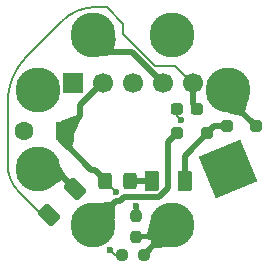
<source format=gbr>
%TF.GenerationSoftware,KiCad,Pcbnew,9.0.4-9.0.4-0~ubuntu24.04.1*%
%TF.CreationDate,2025-08-21T12:52:44+02:00*%
%TF.ProjectId,octal_base,6f637461-6c5f-4626-9173-652e6b696361,1*%
%TF.SameCoordinates,Original*%
%TF.FileFunction,Copper,L1,Top*%
%TF.FilePolarity,Positive*%
%FSLAX46Y46*%
G04 Gerber Fmt 4.6, Leading zero omitted, Abs format (unit mm)*
G04 Created by KiCad (PCBNEW 9.0.4-9.0.4-0~ubuntu24.04.1) date 2025-08-21 12:52:44*
%MOMM*%
%LPD*%
G01*
G04 APERTURE LIST*
G04 Aperture macros list*
%AMRoundRect*
0 Rectangle with rounded corners*
0 $1 Rounding radius*
0 $2 $3 $4 $5 $6 $7 $8 $9 X,Y pos of 4 corners*
0 Add a 4 corners polygon primitive as box body*
4,1,4,$2,$3,$4,$5,$6,$7,$8,$9,$2,$3,0*
0 Add four circle primitives for the rounded corners*
1,1,$1+$1,$2,$3*
1,1,$1+$1,$4,$5*
1,1,$1+$1,$6,$7*
1,1,$1+$1,$8,$9*
0 Add four rect primitives between the rounded corners*
20,1,$1+$1,$2,$3,$4,$5,0*
20,1,$1+$1,$4,$5,$6,$7,0*
20,1,$1+$1,$6,$7,$8,$9,0*
20,1,$1+$1,$8,$9,$2,$3,0*%
%AMRotRect*
0 Rectangle, with rotation*
0 The origin of the aperture is its center*
0 $1 length*
0 $2 width*
0 $3 Rotation angle, in degrees counterclockwise*
0 Add horizontal line*
21,1,$1,$2,0,0,$3*%
G04 Aperture macros list end*
%TA.AperFunction,ComponentPad*%
%ADD10R,1.700000X1.700000*%
%TD*%
%TA.AperFunction,ComponentPad*%
%ADD11C,1.700000*%
%TD*%
%TA.AperFunction,SMDPad,CuDef*%
%ADD12RoundRect,0.250000X0.325000X0.450000X-0.325000X0.450000X-0.325000X-0.450000X0.325000X-0.450000X0*%
%TD*%
%TA.AperFunction,SMDPad,CuDef*%
%ADD13RoundRect,0.250000X0.375000X0.625000X-0.375000X0.625000X-0.375000X-0.625000X0.375000X-0.625000X0*%
%TD*%
%TA.AperFunction,SMDPad,CuDef*%
%ADD14RoundRect,0.250000X0.250000X0.250000X-0.250000X0.250000X-0.250000X-0.250000X0.250000X-0.250000X0*%
%TD*%
%TA.AperFunction,SMDPad,CuDef*%
%ADD15RoundRect,0.250000X-0.250000X-0.250000X0.250000X-0.250000X0.250000X0.250000X-0.250000X0.250000X0*%
%TD*%
%TA.AperFunction,ComponentPad*%
%ADD16R,1.600000X1.600000*%
%TD*%
%TA.AperFunction,ComponentPad*%
%ADD17C,1.600000*%
%TD*%
%TA.AperFunction,ComponentPad*%
%ADD18RotRect,3.810000X3.810000X22.500000*%
%TD*%
%TA.AperFunction,ComponentPad*%
%ADD19C,3.810000*%
%TD*%
%TA.AperFunction,SMDPad,CuDef*%
%ADD20RoundRect,0.237500X0.287500X0.237500X-0.287500X0.237500X-0.287500X-0.237500X0.287500X-0.237500X0*%
%TD*%
%TA.AperFunction,SMDPad,CuDef*%
%ADD21RoundRect,0.237500X-0.250000X-0.237500X0.250000X-0.237500X0.250000X0.237500X-0.250000X0.237500X0*%
%TD*%
%TA.AperFunction,SMDPad,CuDef*%
%ADD22RoundRect,0.250000X-0.159099X0.724784X-0.724784X0.159099X0.159099X-0.724784X0.724784X-0.159099X0*%
%TD*%
%TA.AperFunction,SMDPad,CuDef*%
%ADD23RoundRect,0.237500X0.237500X-0.250000X0.237500X0.250000X-0.237500X0.250000X-0.237500X-0.250000X0*%
%TD*%
%TA.AperFunction,ViaPad*%
%ADD24C,0.600000*%
%TD*%
%TA.AperFunction,Conductor*%
%ADD25C,0.400000*%
%TD*%
%TA.AperFunction,Conductor*%
%ADD26C,0.500000*%
%TD*%
%TA.AperFunction,Conductor*%
%ADD27C,0.200000*%
%TD*%
G04 APERTURE END LIST*
D10*
%TO.P,J2,1,Pin_1*%
%TO.N,unconnected-(J2-Pin_1-Pad1)*%
X85520001Y-72900001D03*
D11*
%TO.P,J2,2,Pin_2*%
%TO.N,VCC*%
X88060001Y-72900001D03*
%TO.P,J2,3,Pin_3*%
%TO.N,GND*%
X90600001Y-72900001D03*
%TO.P,J2,4,Pin_4*%
%TO.N,AGC*%
X93140001Y-72900001D03*
%TO.P,J2,5,Pin_5*%
%TO.N,EN*%
X95680001Y-72900001D03*
%TD*%
D12*
%TO.P,FB1,1*%
%TO.N,Net-(F1-Pad2)*%
X90325000Y-81200000D03*
%TO.P,FB1,2*%
%TO.N,VCC*%
X88275000Y-81200000D03*
%TD*%
D13*
%TO.P,F1,1*%
%TO.N,Net-(D2-K)*%
X95000000Y-81200000D03*
%TO.P,F1,2*%
%TO.N,Net-(F1-Pad2)*%
X92200000Y-81200000D03*
%TD*%
D14*
%TO.P,D3,1,K*%
%TO.N,Net-(D2-K)*%
X96850000Y-77200000D03*
%TO.P,D3,2,A*%
%TO.N,H2*%
X94350000Y-77200000D03*
%TD*%
D15*
%TO.P,D2,1,K*%
%TO.N,Net-(D2-K)*%
X98550000Y-76600000D03*
%TO.P,D2,2,A*%
%TO.N,H1*%
X101050000Y-76600000D03*
%TD*%
D16*
%TO.P,C1,1*%
%TO.N,VCC*%
X84852651Y-77000000D03*
D17*
%TO.P,C1,2*%
%TO.N,GND*%
X81352651Y-77000000D03*
%TD*%
D18*
%TO.P,J1,1,Pin_1*%
%TO.N,unconnected-(J1-Pin_1-Pad1)*%
X98661493Y-80239180D03*
D19*
%TO.P,J1,2,Pin_2*%
%TO.N,H1*%
X98660848Y-73561087D03*
%TO.P,J1,3,Pin_3*%
%TO.N,unconnected-(J1-Pin_3-Pad3)*%
X93939179Y-68838507D03*
%TO.P,J1,4,Pin_4*%
%TO.N,AGC*%
X87261087Y-68839151D03*
%TO.P,J1,5,Pin_5*%
%TO.N,unconnected-(J1-Pin_5-Pad5)*%
X82538506Y-73560820D03*
%TO.P,J1,6,Pin_6*%
%TO.N,Net-(J1-Pin_6)*%
X82539151Y-80238913D03*
%TO.P,J1,7,Pin_7*%
%TO.N,H2*%
X87260820Y-84961494D03*
%TO.P,J1,8,Pin_8*%
%TO.N,K*%
X93938912Y-84960849D03*
%TD*%
D20*
%TO.P,D1,1,K*%
%TO.N,EN*%
X96075000Y-75100000D03*
%TO.P,D1,2,A*%
%TO.N,GND*%
X94325000Y-75100000D03*
%TD*%
D21*
%TO.P,R2,1*%
%TO.N,VCC*%
X89687500Y-87500000D03*
%TO.P,R2,2*%
%TO.N,K*%
X91512500Y-87500000D03*
%TD*%
D22*
%TO.P,R1,1*%
%TO.N,Net-(J1-Pin_6)*%
X85696016Y-81903984D03*
%TO.P,R1,2*%
%TO.N,EN*%
X83503984Y-84096016D03*
%TD*%
D23*
%TO.P,R3,2*%
%TO.N,GND*%
X90900000Y-84187500D03*
%TO.P,R3,1*%
%TO.N,K*%
X90900000Y-86012500D03*
%TD*%
D24*
%TO.N,GND*%
X94700000Y-76100000D03*
%TO.N,VCC*%
X89200000Y-82200000D03*
X88700000Y-87100000D03*
%TO.N,GND*%
X90900000Y-83350000D03*
%TD*%
D25*
%TO.N,GND*%
X90900000Y-83350000D02*
X90900000Y-83900000D01*
D26*
%TO.N,H2*%
X94350000Y-77200000D02*
X93600000Y-77950000D01*
X93600000Y-81796878D02*
X92796878Y-82600000D01*
X93600000Y-77950000D02*
X93600000Y-81796878D01*
X92796878Y-82600000D02*
X89862075Y-82600000D01*
X89862075Y-82600000D02*
X89511075Y-82951000D01*
X89149000Y-82951000D02*
X87500000Y-84600000D01*
X89511075Y-82951000D02*
X89149000Y-82951000D01*
X87500000Y-84600000D02*
X87500000Y-84800000D01*
D27*
%TO.N,GND*%
X90900000Y-84087500D02*
X90900000Y-84000000D01*
D25*
%TO.N,K*%
X90900000Y-85912500D02*
X92487500Y-85912500D01*
D26*
%TO.N,AGC*%
X93140001Y-72900001D02*
X90540000Y-70300000D01*
X88700000Y-70300000D02*
X87300000Y-68900000D01*
X90540000Y-70300000D02*
X88700000Y-70300000D01*
%TO.N,H1*%
X101000000Y-76600000D02*
X101100000Y-76600000D01*
X98660848Y-74260848D02*
X101000000Y-76600000D01*
X98660848Y-73561087D02*
X98660848Y-74260848D01*
D27*
%TO.N,GND*%
X94325001Y-75725001D02*
X94700000Y-76100000D01*
X94325001Y-75100000D02*
X94325001Y-75725001D01*
%TO.N,VCC*%
X89100000Y-87500000D02*
X89700000Y-87500000D01*
X88700000Y-87100000D02*
X89100000Y-87500000D01*
X88275000Y-81275000D02*
X89200000Y-82200000D01*
X88275000Y-81200000D02*
X88275000Y-81275000D01*
D26*
X84852651Y-78052651D02*
X87100000Y-80300000D01*
X86100000Y-75700000D02*
X84900000Y-76900000D01*
X87999999Y-72900001D02*
X86100000Y-74800000D01*
X84852651Y-77000000D02*
X84852651Y-78052651D01*
X88060001Y-72900001D02*
X87999999Y-72900001D01*
X87400000Y-80300000D02*
X88300000Y-81200000D01*
X87100000Y-80300000D02*
X87400000Y-80300000D01*
X84900000Y-76900000D02*
X84900000Y-77000000D01*
X86100000Y-74800000D02*
X86100000Y-75700000D01*
%TO.N,Net-(F1-Pad2)*%
X92200000Y-81200000D02*
X90300000Y-81200000D01*
D27*
%TO.N,EN*%
X82800000Y-84000000D02*
X81500000Y-82700000D01*
X81626346Y-70673654D02*
X84600000Y-67700000D01*
D26*
X95680001Y-72900002D02*
X95680001Y-74680001D01*
D27*
X80000000Y-79800000D02*
X80000000Y-74600000D01*
X95680001Y-72900002D02*
X95766430Y-72810299D01*
X88400000Y-66500000D02*
X89800000Y-67900000D01*
D26*
X95680001Y-74680001D02*
X96100000Y-75100000D01*
D27*
X87497056Y-66500000D02*
X88400000Y-66500000D01*
X95766430Y-72810299D02*
X95912840Y-72608782D01*
X95912840Y-72608782D02*
X96025922Y-72386842D01*
X83300000Y-84000000D02*
X82800000Y-84000000D01*
X94200000Y-71500000D02*
X95600000Y-72900000D01*
X81500000Y-82700000D02*
X80989949Y-82189950D01*
X89800000Y-67900000D02*
X89800000Y-68782183D01*
X89800000Y-68782183D02*
X92517817Y-71500000D01*
X92517817Y-71500000D02*
X94200000Y-71500000D01*
X80989949Y-82189950D02*
G75*
G02*
X80000000Y-79800000I2389951J2389950D01*
G01*
X84600000Y-67700000D02*
G75*
G02*
X87497056Y-66499982I2897100J-2897100D01*
G01*
X80000000Y-74600000D02*
G75*
G02*
X81626344Y-70673652I5552700J0D01*
G01*
D26*
%TO.N,Net-(J1-Pin_6)*%
X84492032Y-80700000D02*
X83900000Y-80700000D01*
X85696016Y-81903984D02*
X84492032Y-80700000D01*
%TO.N,K*%
X91512500Y-87500000D02*
X91512500Y-87487500D01*
X91512500Y-87487500D02*
X93700000Y-85300000D01*
%TO.N,Net-(D2-K)*%
X97500000Y-76600000D02*
X95000000Y-79100000D01*
X95000000Y-79100000D02*
X95000000Y-81300000D01*
X98550000Y-76600000D02*
X97500000Y-76600000D01*
%TD*%
%TA.AperFunction,Conductor*%
%TO.N,H2*%
G36*
X88715153Y-83037723D02*
G01*
X88715691Y-83038229D01*
X89062165Y-83384703D01*
X89065590Y-83392773D01*
X89084112Y-84460202D01*
X89080829Y-84468533D01*
X89075466Y-84471700D01*
X87278252Y-84957299D01*
X87269371Y-84956149D01*
X87263905Y-84949056D01*
X87263717Y-84943760D01*
X87356598Y-84468533D01*
X87621691Y-83112185D01*
X87626640Y-83104725D01*
X87632434Y-83102754D01*
X88706681Y-83034825D01*
X88715153Y-83037723D01*
G37*
%TD.AperFunction*%
%TD*%
%TA.AperFunction,Conductor*%
%TO.N,K*%
G36*
X93921135Y-84958378D02*
G01*
X93928891Y-84962855D01*
X93931209Y-84971504D01*
X93929299Y-84976534D01*
X92883812Y-86521815D01*
X92876338Y-86526747D01*
X92869877Y-86526162D01*
X91814917Y-86115402D01*
X91808451Y-86109207D01*
X91807462Y-86104499D01*
X91807462Y-85713899D01*
X91807792Y-85711140D01*
X92047732Y-84722405D01*
X92053012Y-84715176D01*
X92060624Y-84713567D01*
X93921135Y-84958378D01*
G37*
%TD.AperFunction*%
%TD*%
%TA.AperFunction,Conductor*%
%TO.N,AGC*%
G36*
X88717212Y-69037188D02*
G01*
X89136320Y-69094150D01*
X89144056Y-69098659D01*
X89146368Y-69107076D01*
X89038262Y-70050000D01*
X89038262Y-70539091D01*
X89034835Y-70547364D01*
X89027380Y-70550762D01*
X87876165Y-70631450D01*
X87867673Y-70628610D01*
X87864266Y-70623533D01*
X87266143Y-68857037D01*
X87266736Y-68848104D01*
X87273473Y-68842205D01*
X87278799Y-68841694D01*
X88717212Y-69037188D01*
G37*
%TD.AperFunction*%
%TD*%
%TA.AperFunction,Conductor*%
%TO.N,H1*%
G36*
X98677155Y-73568384D02*
G01*
X100367410Y-74363586D01*
X100373437Y-74370209D01*
X100373796Y-74376943D01*
X100130950Y-75373434D01*
X100127856Y-75378937D01*
X99781350Y-75725443D01*
X99773077Y-75728870D01*
X99770143Y-75728496D01*
X98702687Y-75452017D01*
X98695538Y-75446626D01*
X98693923Y-75440901D01*
X98692810Y-75378937D01*
X98660478Y-73579180D01*
X98663756Y-73570849D01*
X98671966Y-73567274D01*
X98677155Y-73568384D01*
G37*
%TD.AperFunction*%
%TD*%
%TA.AperFunction,Conductor*%
%TO.N,VCC*%
G36*
X86340826Y-75610534D02*
G01*
X86344253Y-75618807D01*
X86343377Y-75623248D01*
X85656985Y-77296120D01*
X85650674Y-77302473D01*
X85641985Y-77302608D01*
X84857187Y-77002733D01*
X84850682Y-76996579D01*
X84850675Y-76996564D01*
X84500682Y-76210755D01*
X84500447Y-76201804D01*
X84506610Y-76195307D01*
X85847757Y-75608088D01*
X85852450Y-75607107D01*
X86332553Y-75607107D01*
X86340826Y-75610534D01*
G37*
%TD.AperFunction*%
%TD*%
%TA.AperFunction,Conductor*%
%TO.N,VCC*%
G36*
X84860227Y-77007720D02*
G01*
X84861388Y-77008737D01*
X85646636Y-77793985D01*
X85650063Y-77802258D01*
X85648785Y-77807576D01*
X85417300Y-78261262D01*
X85415151Y-78264217D01*
X85071144Y-78608224D01*
X85062871Y-78611651D01*
X85054635Y-78608262D01*
X84246321Y-77807246D01*
X84242857Y-77798988D01*
X84245265Y-77791826D01*
X84843826Y-77009897D01*
X84851574Y-77005412D01*
X84860227Y-77007720D01*
G37*
%TD.AperFunction*%
%TD*%
%TA.AperFunction,Conductor*%
%TO.N,Net-(J1-Pin_6)*%
G36*
X84374011Y-79791985D02*
G01*
X84378145Y-79796260D01*
X84634368Y-80252614D01*
X84932390Y-80783414D01*
X84933452Y-80792306D01*
X84930461Y-80797415D01*
X84584011Y-81143865D01*
X84582198Y-81145347D01*
X83766499Y-81685533D01*
X83757709Y-81687244D01*
X83751076Y-81683299D01*
X83299660Y-81145347D01*
X82550533Y-80252613D01*
X82547841Y-80244074D01*
X82551976Y-80236130D01*
X82556710Y-80233730D01*
X84365161Y-79790625D01*
X84374011Y-79791985D01*
G37*
%TD.AperFunction*%
%TD*%
%TA.AperFunction,Conductor*%
%TO.N,K*%
G36*
X93930327Y-84966131D02*
G01*
X93935747Y-84973260D01*
X93935900Y-84978554D01*
X93566606Y-86807077D01*
X93561610Y-86814508D01*
X93555792Y-86816443D01*
X92481966Y-86876520D01*
X92473514Y-86873560D01*
X92473039Y-86873111D01*
X92126564Y-86526636D01*
X92123138Y-86518482D01*
X92112362Y-85450229D01*
X92115705Y-85441925D01*
X92121081Y-85438800D01*
X93921454Y-84964923D01*
X93930327Y-84966131D01*
G37*
%TD.AperFunction*%
%TD*%
M02*

</source>
